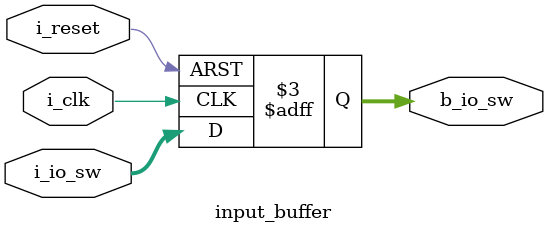
<source format=sv>
module input_buffer(
  // System global input
  input  logic        i_clk,
  input  logic        i_reset,
  
  // IO input
  input  logic [31:0] i_io_sw,
  // IO buffer
  output logic [31:0] b_io_sw
);
  
  always_ff @(posedge i_clk or negedge i_reset)
  begin
    if (!i_reset) begin
      b_io_sw  <= 'd0;
    end else begin
      b_io_sw  <= i_io_sw;
    end
  end
  
endmodule
</source>
